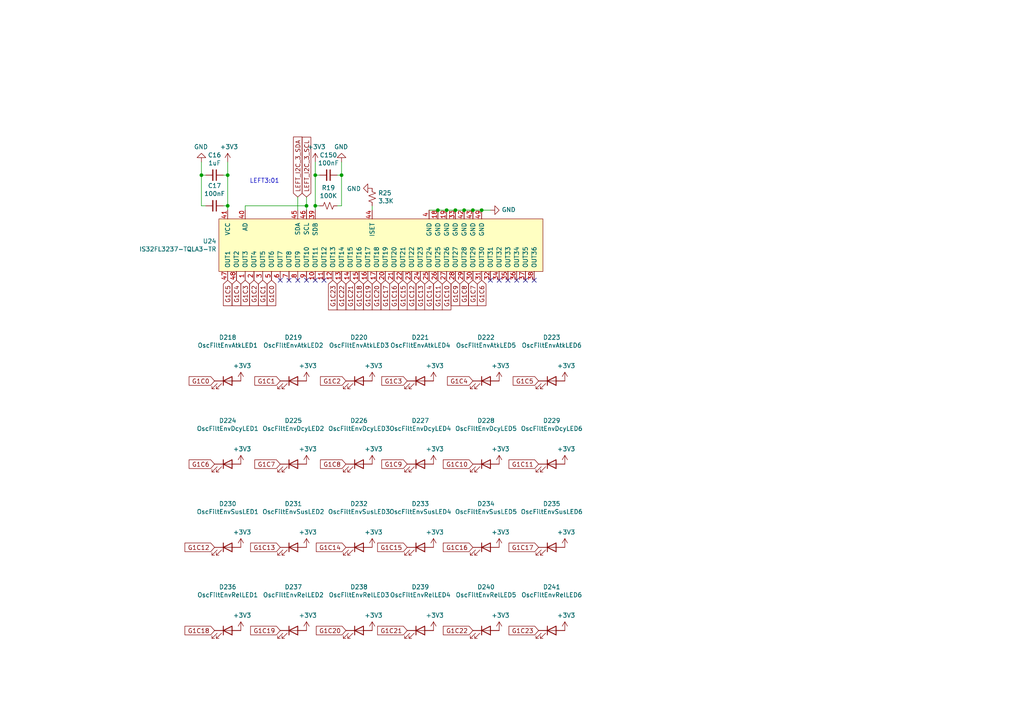
<source format=kicad_sch>
(kicad_sch (version 20210621) (generator eeschema)
  (paper "A4")
  (lib_symbols
    (symbol "Device:C_Small" (pin_numbers hide) (pin_names (offset 0.254) hide)
      (property "Reference" "C" (at 0.254 1.778 0))
      (property "Value" "C_Small" (at 0.254 -2.032 0))
      (symbol "C_Small_0_1"
        (polyline (pts (xy -1.524 -0.508) (xy 1.524 -0.508)) (stroke (width 0.3302)))
        (polyline (pts (xy -1.524 0.508) (xy 1.524 0.508)) (stroke (width 0.3048)))
      )
      (symbol "C_Small_1_1"
        (pin passive line (at 0 2.54 270) (length 2.032) (name "~") (number "1"))
        (pin passive line (at 0 -2.54 90) (length 2.032) (name "~") (number "2"))
      )
    )
    (symbol "Device:LED" (pin_numbers hide) (pin_names (offset 1.016) hide)
      (property "Reference" "D" (at 0 2.54 0))
      (property "Value" "LED" (at 0 -2.54 0))
      (symbol "LED_0_1"
        (polyline (pts (xy -1.27 -1.27) (xy -1.27 1.27)) (stroke (width 0.254)))
        (polyline (pts (xy -1.27 0) (xy 1.27 0)))
        (polyline (pts (xy 1.27 -1.27) (xy 1.27 1.27) (xy -1.27 0) (xy 1.27 -1.27)) (stroke (width 0.254)))
        (polyline (pts (xy -3.048 -0.762) (xy -4.572 -2.286) (xy -3.81 -2.286) (xy -4.572 -2.286) (xy -4.572 -1.524)))
        (polyline (pts (xy -1.778 -0.762) (xy -3.302 -2.286) (xy -2.54 -2.286) (xy -3.302 -2.286) (xy -3.302 -1.524)))
      )
      (symbol "LED_1_1"
        (pin passive line (at -3.81 0 0) (length 2.54) (name "K") (number "1"))
        (pin passive line (at 3.81 0 180) (length 2.54) (name "A") (number "2"))
      )
    )
    (symbol "Device:R_Small_US" (pin_numbers hide) (pin_names (offset 0.254) hide)
      (property "Reference" "R" (at 0.762 0.508 0))
      (property "Value" "R_Small_US" (at 0.762 -1.016 0))
      (symbol "R_Small_US_1_1"
        (polyline (pts (xy 0 0) (xy 1.016 -0.381) (xy 0 -0.762) (xy -1.016 -1.143) (xy 0 -1.524)))
        (polyline (pts (xy 0 1.524) (xy 1.016 1.143) (xy 0 0.762) (xy -1.016 0.381) (xy 0 0)))
        (pin passive line (at 0 2.54 270) (length 1.016) (name "~") (number "1"))
        (pin passive line (at 0 -2.54 90) (length 1.016) (name "~") (number "2"))
      )
    )
    (symbol "IS32FL3237:IS32FL3237-TQLA3-TR" (pin_names (offset 1.016))
      (property "Reference" "U" (at 0 0 0))
      (property "Value" "IS32FL3237-TQLA3-TR" (at 0 0 0))
      (symbol "IS32FL3237-TQLA3-TR_0_1"
        (rectangle (start -7.62 -2.54) (end 7.62 -96.52) (fill (type background)))
      )
      (symbol "IS32FL3237-TQLA3-TR_1_1"
        (pin output line (at 10.16 -10.16 180) (length 2.54) (name "OUT3") (number "1"))
        (pin output line (at 10.16 -30.48 180) (length 2.54) (name "OUT11") (number "10"))
        (pin output line (at 10.16 -33.02 180) (length 2.54) (name "OUT12") (number "11"))
        (pin output line (at 10.16 -35.56 180) (length 2.54) (name "OUT13") (number "12"))
        (pin output line (at 10.16 -38.1 180) (length 2.54) (name "OUT14") (number "13"))
        (pin output line (at 10.16 -40.64 180) (length 2.54) (name "OUT15") (number "14"))
        (pin output line (at 10.16 -43.18 180) (length 2.54) (name "OUT16") (number "15"))
        (pin output line (at 10.16 -45.72 180) (length 2.54) (name "OUT17") (number "16"))
        (pin output line (at 10.16 -48.26 180) (length 2.54) (name "OUT18") (number "17"))
        (pin power_in line (at -10.16 -66.04 0) (length 2.54) (name "GND") (number "18"))
        (pin power_in line (at -10.16 -68.58 0) (length 2.54) (name "GND") (number "19"))
        (pin output line (at 10.16 -12.7 180) (length 2.54) (name "OUT4") (number "2"))
        (pin output line (at 10.16 -50.8 180) (length 2.54) (name "OUT19") (number "20"))
        (pin output line (at 10.16 -53.34 180) (length 2.54) (name "OUT20") (number "21"))
        (pin output line (at 10.16 -55.88 180) (length 2.54) (name "OUT21") (number "22"))
        (pin output line (at 10.16 -58.42 180) (length 2.54) (name "OUT22") (number "23"))
        (pin output line (at 10.16 -60.96 180) (length 2.54) (name "OUT23") (number "24"))
        (pin output line (at 10.16 -63.5 180) (length 2.54) (name "OUT24") (number "25"))
        (pin output line (at 10.16 -66.04 180) (length 2.54) (name "OUT25") (number "26"))
        (pin output line (at 10.16 -68.58 180) (length 2.54) (name "OUT26") (number "27"))
        (pin output line (at 10.16 -71.12 180) (length 2.54) (name "OUT27") (number "28"))
        (pin output line (at 10.16 -73.66 180) (length 2.54) (name "OUT28") (number "29"))
        (pin output line (at 10.16 -15.24 180) (length 2.54) (name "OUT5") (number "3"))
        (pin output line (at 10.16 -76.2 180) (length 2.54) (name "OUT29") (number "30"))
        (pin output line (at 10.16 -78.74 180) (length 2.54) (name "OUT30") (number "31"))
        (pin output line (at 10.16 -81.28 180) (length 2.54) (name "OUT31") (number "32"))
        (pin power_in line (at -10.16 -71.12 0) (length 2.54) (name "GND") (number "33"))
        (pin output line (at 10.16 -83.82 180) (length 2.54) (name "OUT32") (number "34"))
        (pin output line (at 10.16 -86.36 180) (length 2.54) (name "OUT33") (number "35"))
        (pin output line (at 10.16 -88.9 180) (length 2.54) (name "OUT34") (number "36"))
        (pin output line (at 10.16 -91.44 180) (length 2.54) (name "OUT35") (number "37"))
        (pin output line (at 10.16 -93.98 180) (length 2.54) (name "OUT36") (number "38"))
        (pin input line (at -10.16 -30.48 0) (length 2.54) (name "SDB") (number "39"))
        (pin power_in line (at -10.16 -63.5 0) (length 2.54) (name "GND") (number "4"))
        (pin input line (at -10.16 -10.16 0) (length 2.54) (name "AD") (number "40"))
        (pin power_in line (at -10.16 -5.08 0) (length 2.54) (name "VCC") (number "41"))
        (pin power_in line (at -10.16 -73.66 0) (length 2.54) (name "GND") (number "42"))
        (pin power_in line (at -10.16 -76.2 0) (length 2.54) (name "GND") (number "43"))
        (pin input line (at -10.16 -46.99 0) (length 2.54) (name "ISET") (number "44"))
        (pin input line (at -10.16 -25.4 0) (length 2.54) (name "SDA") (number "45"))
        (pin input line (at -10.16 -27.94 0) (length 2.54) (name "SCL") (number "46"))
        (pin output line (at 10.16 -5.08 180) (length 2.54) (name "OUT1") (number "47"))
        (pin output line (at 10.16 -7.62 180) (length 2.54) (name "OUT2") (number "48"))
        (pin power_in line (at -10.16 -78.74 0) (length 2.54) (name "GND") (number "49"))
        (pin output line (at 10.16 -17.78 180) (length 2.54) (name "OUT6") (number "5"))
        (pin output line (at 10.16 -20.32 180) (length 2.54) (name "OUT7") (number "6"))
        (pin output line (at 10.16 -22.86 180) (length 2.54) (name "OUT8") (number "7"))
        (pin output line (at 10.16 -25.4 180) (length 2.54) (name "OUT9") (number "8"))
        (pin output line (at 10.16 -27.94 180) (length 2.54) (name "OUT10") (number "9"))
      )
    )
    (symbol "power:+3.3V" (power) (pin_names (offset 0))
      (property "Value" "+3.3V" (at 0 3.556 0))
      (symbol "+3.3V_0_1"
        (polyline (pts (xy -0.762 1.27) (xy 0 2.54)))
        (polyline (pts (xy 0 0) (xy 0 2.54)))
        (polyline (pts (xy 0 2.54) (xy 0.762 1.27)))
      )
      (symbol "+3.3V_1_1"
        (pin power_in line (at 0 0 90) (length 0) hide (name "+3V3") (number "1"))
      )
    )
    (symbol "power:GND" (power) (pin_names (offset 0))
      (property "Value" "GND" (at 0 -3.81 0))
      (symbol "GND_0_1"
        (polyline (pts (xy 0 0) (xy 0 -1.27) (xy 1.27 -1.27) (xy 0 -2.54) (xy -1.27 -1.27) (xy 0 -1.27)))
      )
      (symbol "GND_1_1"
        (pin power_in line (at 0 0 270) (length 0) hide (name "GND") (number "1"))
      )
    )
  )
  (junction (at 58.42 50.8))
  (junction (at 66.04 50.8))
  (junction (at 66.04 59.69))
  (junction (at 88.9 59.69))
  (junction (at 91.44 50.8))
  (junction (at 91.44 59.69))
  (junction (at 99.06 50.8))
  (junction (at 127 60.96))
  (junction (at 129.54 60.96))
  (junction (at 132.08 60.96))
  (junction (at 134.62 60.96))
  (junction (at 137.16 60.96))
  (junction (at 139.7 60.96))
  (no_connect (at 81.28 81.28))
  (no_connect (at 83.82 81.28))
  (no_connect (at 86.36 81.28))
  (no_connect (at 88.9 81.28))
  (no_connect (at 91.44 81.28))
  (no_connect (at 93.98 81.28))
  (no_connect (at 142.24 81.28))
  (no_connect (at 144.78 81.28))
  (no_connect (at 147.32 81.28))
  (no_connect (at 149.86 81.28))
  (no_connect (at 152.4 81.28))
  (no_connect (at 154.94 81.28))
  (wire (pts (xy 58.42 46.99) (xy 58.42 50.8)))
  (wire (pts (xy 58.42 50.8) (xy 58.42 59.69)))
  (wire (pts (xy 58.42 59.69) (xy 59.69 59.69)))
  (wire (pts (xy 59.69 50.8) (xy 58.42 50.8)))
  (wire (pts (xy 64.77 50.8) (xy 66.04 50.8)))
  (wire (pts (xy 64.77 59.69) (xy 66.04 59.69)))
  (wire (pts (xy 66.04 46.99) (xy 66.04 50.8)))
  (wire (pts (xy 66.04 50.8) (xy 66.04 59.69)))
  (wire (pts (xy 66.04 59.69) (xy 66.04 60.96)))
  (wire (pts (xy 71.12 59.69) (xy 88.9 59.69)))
  (wire (pts (xy 71.12 60.96) (xy 71.12 59.69)))
  (wire (pts (xy 86.36 57.15) (xy 86.36 60.96)))
  (wire (pts (xy 88.9 57.15) (xy 88.9 59.69)))
  (wire (pts (xy 88.9 59.69) (xy 88.9 60.96)))
  (wire (pts (xy 91.44 46.99) (xy 91.44 50.8)))
  (wire (pts (xy 91.44 50.8) (xy 91.44 59.69)))
  (wire (pts (xy 91.44 59.69) (xy 91.44 60.96)))
  (wire (pts (xy 92.71 50.8) (xy 91.44 50.8)))
  (wire (pts (xy 92.71 59.69) (xy 91.44 59.69)))
  (wire (pts (xy 97.79 50.8) (xy 99.06 50.8)))
  (wire (pts (xy 99.06 46.99) (xy 99.06 50.8)))
  (wire (pts (xy 99.06 50.8) (xy 99.06 59.69)))
  (wire (pts (xy 99.06 59.69) (xy 97.79 59.69)))
  (wire (pts (xy 107.95 59.69) (xy 107.95 60.96)))
  (wire (pts (xy 127 60.96) (xy 124.46 60.96)))
  (wire (pts (xy 129.54 60.96) (xy 127 60.96)))
  (wire (pts (xy 132.08 60.96) (xy 129.54 60.96)))
  (wire (pts (xy 134.62 60.96) (xy 132.08 60.96)))
  (wire (pts (xy 137.16 60.96) (xy 134.62 60.96)))
  (wire (pts (xy 139.7 60.96) (xy 137.16 60.96)))
  (wire (pts (xy 142.24 60.96) (xy 139.7 60.96)))
  (text "LEFT3:01" (at 72.39 53.34 0) (effects (font (size 1.27 1.27)) (justify left bottom)))
  (global_label "G1C0" (shape input) (at 62.23 110.49 180) (property "Intersheet References" "${INTERSHEET_REFS}" (effects hide)))
  (global_label "G1C6" (shape input) (at 62.23 134.62 180) (property "Intersheet References" "${INTERSHEET_REFS}" (effects hide)))
  (global_label "G1C12" (shape input) (at 62.23 158.75 180) (property "Intersheet References" "${INTERSHEET_REFS}" (effects hide)))
  (global_label "G1C18" (shape input) (at 62.23 182.88 180) (property "Intersheet References" "${INTERSHEET_REFS}" (effects hide)))
  (global_label "G1C5" (shape input) (at 66.04 81.28 270) (property "Intersheet References" "${INTERSHEET_REFS}" (effects hide)))
  (global_label "G1C4" (shape input) (at 68.58 81.28 270) (property "Intersheet References" "${INTERSHEET_REFS}" (effects hide)))
  (global_label "G1C3" (shape input) (at 71.12 81.28 270) (property "Intersheet References" "${INTERSHEET_REFS}" (effects hide)))
  (global_label "G1C2" (shape input) (at 73.66 81.28 270) (property "Intersheet References" "${INTERSHEET_REFS}" (effects hide)))
  (global_label "G1C1" (shape input) (at 76.2 81.28 270) (property "Intersheet References" "${INTERSHEET_REFS}" (effects hide)))
  (global_label "G1C0" (shape input) (at 78.74 81.28 270) (property "Intersheet References" "${INTERSHEET_REFS}" (effects hide)))
  (global_label "G1C1" (shape input) (at 81.28 110.49 180) (property "Intersheet References" "${INTERSHEET_REFS}" (effects hide)))
  (global_label "G1C7" (shape input) (at 81.28 134.62 180) (property "Intersheet References" "${INTERSHEET_REFS}" (effects hide)))
  (global_label "G1C13" (shape input) (at 81.28 158.75 180) (property "Intersheet References" "${INTERSHEET_REFS}" (effects hide)))
  (global_label "G1C19" (shape input) (at 81.28 182.88 180) (property "Intersheet References" "${INTERSHEET_REFS}" (effects hide)))
  (global_label "LEFT_I2C_3_SDA" (shape input) (at 86.36 57.15 90) (property "Intersheet References" "${INTERSHEET_REFS}" (effects hide)))
  (global_label "LEFT_I2C_3_SCL" (shape input) (at 88.9 57.15 90) (property "Intersheet References" "${INTERSHEET_REFS}" (effects hide)))
  (global_label "G1C23" (shape input) (at 96.52 81.28 270) (property "Intersheet References" "${INTERSHEET_REFS}" (effects hide)))
  (global_label "G1C22" (shape input) (at 99.06 81.28 270) (property "Intersheet References" "${INTERSHEET_REFS}" (effects hide)))
  (global_label "G1C2" (shape input) (at 100.33 110.49 180) (property "Intersheet References" "${INTERSHEET_REFS}" (effects hide)))
  (global_label "G1C8" (shape input) (at 100.33 134.62 180) (property "Intersheet References" "${INTERSHEET_REFS}" (effects hide)))
  (global_label "G1C14" (shape input) (at 100.33 158.75 180) (property "Intersheet References" "${INTERSHEET_REFS}" (effects hide)))
  (global_label "G1C20" (shape input) (at 100.33 182.88 180) (property "Intersheet References" "${INTERSHEET_REFS}" (effects hide)))
  (global_label "G1C21" (shape input) (at 101.6 81.28 270) (property "Intersheet References" "${INTERSHEET_REFS}" (effects hide)))
  (global_label "G1C18" (shape input) (at 104.14 81.28 270) (property "Intersheet References" "${INTERSHEET_REFS}" (effects hide)))
  (global_label "G1C19" (shape input) (at 106.68 81.28 270) (property "Intersheet References" "${INTERSHEET_REFS}" (effects hide)))
  (global_label "G1C20" (shape input) (at 109.22 81.28 270) (property "Intersheet References" "${INTERSHEET_REFS}" (effects hide)))
  (global_label "G1C17" (shape input) (at 111.76 81.28 270) (property "Intersheet References" "${INTERSHEET_REFS}" (effects hide)))
  (global_label "G1C16" (shape input) (at 114.3 81.28 270) (property "Intersheet References" "${INTERSHEET_REFS}" (effects hide)))
  (global_label "G1C15" (shape input) (at 116.84 81.28 270) (property "Intersheet References" "${INTERSHEET_REFS}" (effects hide)))
  (global_label "G1C3" (shape input) (at 118.11 110.49 180) (property "Intersheet References" "${INTERSHEET_REFS}" (effects hide)))
  (global_label "G1C9" (shape input) (at 118.11 134.62 180) (property "Intersheet References" "${INTERSHEET_REFS}" (effects hide)))
  (global_label "G1C15" (shape input) (at 118.11 158.75 180) (property "Intersheet References" "${INTERSHEET_REFS}" (effects hide)))
  (global_label "G1C21" (shape input) (at 118.11 182.88 180) (property "Intersheet References" "${INTERSHEET_REFS}" (effects hide)))
  (global_label "G1C12" (shape input) (at 119.38 81.28 270) (property "Intersheet References" "${INTERSHEET_REFS}" (effects hide)))
  (global_label "G1C13" (shape input) (at 121.92 81.28 270) (property "Intersheet References" "${INTERSHEET_REFS}" (effects hide)))
  (global_label "G1C14" (shape input) (at 124.46 81.28 270) (property "Intersheet References" "${INTERSHEET_REFS}" (effects hide)))
  (global_label "G1C11" (shape input) (at 127 81.28 270) (property "Intersheet References" "${INTERSHEET_REFS}" (effects hide)))
  (global_label "G1C10" (shape input) (at 129.54 81.28 270) (property "Intersheet References" "${INTERSHEET_REFS}" (effects hide)))
  (global_label "G1C9" (shape input) (at 132.08 81.28 270) (property "Intersheet References" "${INTERSHEET_REFS}" (effects hide)))
  (global_label "G1C8" (shape input) (at 134.62 81.28 270) (property "Intersheet References" "${INTERSHEET_REFS}" (effects hide)))
  (global_label "G1C7" (shape input) (at 137.16 81.28 270) (property "Intersheet References" "${INTERSHEET_REFS}" (effects hide)))
  (global_label "G1C4" (shape input) (at 137.16 110.49 180) (property "Intersheet References" "${INTERSHEET_REFS}" (effects hide)))
  (global_label "G1C10" (shape input) (at 137.16 134.62 180) (property "Intersheet References" "${INTERSHEET_REFS}" (effects hide)))
  (global_label "G1C16" (shape input) (at 137.16 158.75 180) (property "Intersheet References" "${INTERSHEET_REFS}" (effects hide)))
  (global_label "G1C22" (shape input) (at 137.16 182.88 180) (property "Intersheet References" "${INTERSHEET_REFS}" (effects hide)))
  (global_label "G1C6" (shape input) (at 139.7 81.28 270) (property "Intersheet References" "${INTERSHEET_REFS}" (effects hide)))
  (global_label "G1C5" (shape input) (at 156.21 110.49 180) (property "Intersheet References" "${INTERSHEET_REFS}" (effects hide)))
  (global_label "G1C11" (shape input) (at 156.21 134.62 180) (property "Intersheet References" "${INTERSHEET_REFS}" (effects hide)))
  (global_label "G1C17" (shape input) (at 156.21 158.75 180) (property "Intersheet References" "${INTERSHEET_REFS}" (effects hide)))
  (global_label "G1C23" (shape input) (at 156.21 182.88 180) (property "Intersheet References" "${INTERSHEET_REFS}" (effects hide)))
  (symbol (lib_id "power:+3.3V") (at 66.04 46.99 0) (unit 1)
    (property "Reference" "#PWR048" (effects hide))
    (property "Value" "+3.3V" (at 66.421 42.5958 0))
  )
  (symbol (lib_id "power:+3.3V") (at 69.85 110.49 0) (unit 1)
    (property "Reference" "#PWR0805" (effects hide))
    (property "Value" "+3.3V" (at 70.231 106.0958 0))
  )
  (symbol (lib_id "power:+3.3V") (at 69.85 134.62 0) (unit 1)
    (property "Reference" "#PWR0811" (effects hide))
    (property "Value" "+3.3V" (at 70.231 130.2258 0))
  )
  (symbol (lib_id "power:+3.3V") (at 69.85 158.75 0) (unit 1)
    (property "Reference" "#PWR0817" (effects hide))
    (property "Value" "+3.3V" (at 70.231 154.3558 0))
  )
  (symbol (lib_id "power:+3.3V") (at 69.85 182.88 0) (unit 1)
    (property "Reference" "#PWR0823" (effects hide))
    (property "Value" "+3.3V" (at 70.231 178.4858 0))
  )
  (symbol (lib_id "power:+3.3V") (at 88.9 110.49 0) (unit 1)
    (property "Reference" "#PWR0806" (effects hide))
    (property "Value" "+3.3V" (at 89.281 106.0958 0))
  )
  (symbol (lib_id "power:+3.3V") (at 88.9 134.62 0) (unit 1)
    (property "Reference" "#PWR0812" (effects hide))
    (property "Value" "+3.3V" (at 89.281 130.2258 0))
  )
  (symbol (lib_id "power:+3.3V") (at 88.9 158.75 0) (unit 1)
    (property "Reference" "#PWR0818" (effects hide))
    (property "Value" "+3.3V" (at 89.281 154.3558 0))
  )
  (symbol (lib_id "power:+3.3V") (at 88.9 182.88 0) (unit 1)
    (property "Reference" "#PWR0824" (effects hide))
    (property "Value" "+3.3V" (at 89.281 178.4858 0))
  )
  (symbol (lib_id "power:+3.3V") (at 91.44 46.99 0) (unit 1)
    (property "Reference" "#PWR077" (effects hide))
    (property "Value" "+3.3V" (at 91.821 42.5958 0))
  )
  (symbol (lib_id "power:+3.3V") (at 107.95 110.49 0) (unit 1)
    (property "Reference" "#PWR0807" (effects hide))
    (property "Value" "+3.3V" (at 108.331 106.0958 0))
  )
  (symbol (lib_id "power:+3.3V") (at 107.95 134.62 0) (unit 1)
    (property "Reference" "#PWR0813" (effects hide))
    (property "Value" "+3.3V" (at 108.331 130.2258 0))
  )
  (symbol (lib_id "power:+3.3V") (at 107.95 158.75 0) (unit 1)
    (property "Reference" "#PWR0819" (effects hide))
    (property "Value" "+3.3V" (at 108.331 154.3558 0))
  )
  (symbol (lib_id "power:+3.3V") (at 107.95 182.88 0) (unit 1)
    (property "Reference" "#PWR0825" (effects hide))
    (property "Value" "+3.3V" (at 108.331 178.4858 0))
  )
  (symbol (lib_id "power:+3.3V") (at 125.73 110.49 0) (unit 1)
    (property "Reference" "#PWR0808" (effects hide))
    (property "Value" "+3.3V" (at 126.111 106.0958 0))
  )
  (symbol (lib_id "power:+3.3V") (at 125.73 134.62 0) (unit 1)
    (property "Reference" "#PWR0814" (effects hide))
    (property "Value" "+3.3V" (at 126.111 130.2258 0))
  )
  (symbol (lib_id "power:+3.3V") (at 125.73 158.75 0) (unit 1)
    (property "Reference" "#PWR0820" (effects hide))
    (property "Value" "+3.3V" (at 126.111 154.3558 0))
  )
  (symbol (lib_id "power:+3.3V") (at 125.73 182.88 0) (unit 1)
    (property "Reference" "#PWR0826" (effects hide))
    (property "Value" "+3.3V" (at 126.111 178.4858 0))
  )
  (symbol (lib_id "power:+3.3V") (at 144.78 110.49 0) (unit 1)
    (property "Reference" "#PWR0809" (effects hide))
    (property "Value" "+3.3V" (at 145.161 106.0958 0))
  )
  (symbol (lib_id "power:+3.3V") (at 144.78 134.62 0) (unit 1)
    (property "Reference" "#PWR0815" (effects hide))
    (property "Value" "+3.3V" (at 145.161 130.2258 0))
  )
  (symbol (lib_id "power:+3.3V") (at 144.78 158.75 0) (unit 1)
    (property "Reference" "#PWR0821" (effects hide))
    (property "Value" "+3.3V" (at 145.161 154.3558 0))
  )
  (symbol (lib_id "power:+3.3V") (at 144.78 182.88 0) (unit 1)
    (property "Reference" "#PWR0827" (effects hide))
    (property "Value" "+3.3V" (at 145.161 178.4858 0))
  )
  (symbol (lib_id "power:+3.3V") (at 163.83 110.49 0) (unit 1)
    (property "Reference" "#PWR0810" (effects hide))
    (property "Value" "+3.3V" (at 164.211 106.0958 0))
  )
  (symbol (lib_id "power:+3.3V") (at 163.83 134.62 0) (unit 1)
    (property "Reference" "#PWR0816" (effects hide))
    (property "Value" "+3.3V" (at 164.211 130.2258 0))
  )
  (symbol (lib_id "power:+3.3V") (at 163.83 158.75 0) (unit 1)
    (property "Reference" "#PWR0822" (effects hide))
    (property "Value" "+3.3V" (at 164.211 154.3558 0))
  )
  (symbol (lib_id "power:+3.3V") (at 163.83 182.88 0) (unit 1)
    (property "Reference" "#PWR0828" (effects hide))
    (property "Value" "+3.3V" (at 164.211 178.4858 0))
  )
  (symbol (lib_id "power:GND") (at 58.42 46.99 180) (unit 1)
    (property "Reference" "#PWR046" (effects hide))
    (property "Value" "GND" (at 58.293 42.5958 0))
  )
  (symbol (lib_id "power:GND") (at 99.06 46.99 180) (unit 1)
    (property "Reference" "#PWR084" (effects hide))
    (property "Value" "GND" (at 98.933 42.5958 0))
  )
  (symbol (lib_id "power:GND") (at 107.95 54.61 270) (unit 1)
    (property "Reference" "#PWR099" (effects hide))
    (property "Value" "GND" (at 104.6988 54.737 90) (effects (justify right)))
  )
  (symbol (lib_id "power:GND") (at 142.24 60.96 90) (unit 1)
    (property "Reference" "#PWR0392" (effects hide))
    (property "Value" "GND" (at 145.4912 60.833 90) (effects (justify right)))
  )
  (symbol (lib_id "Device:R_Small_US") (at 95.25 59.69 270) (unit 1)
    (property "Reference" "R19" (at 95.25 54.483 90))
    (property "Value" "100K" (at 95.25 56.7944 90))
    (property "Footprint" "Resistor_SMD:R_0402_1005Metric" (effects hide))
    (property "LCSC" " C25741" (effects hide))
  )
  (symbol (lib_id "Device:R_Small_US") (at 107.95 57.15 0) (unit 1)
    (property "Reference" "R25" (at 109.6772 55.9816 0) (effects (justify left)))
    (property "Value" "3.3K" (at 109.6772 58.293 0) (effects (justify left)))
    (property "Footprint" "Resistor_SMD:R_0402_1005Metric" (effects hide))
    (property "LCSC" "C25890" (effects hide))
  )
  (symbol (lib_id "Device:C_Small") (at 62.23 50.8 270) (unit 1)
    (property "Reference" "C16" (at 62.23 44.9834 90))
    (property "Value" "1uF" (at 62.23 47.2948 90))
    (property "Footprint" "Capacitor_SMD:C_0402_1005Metric" (effects hide))
    (property "LCSC" "C52923" (effects hide))
  )
  (symbol (lib_id "Device:C_Small") (at 62.23 59.69 270) (unit 1)
    (property "Reference" "C17" (at 62.23 53.8734 90))
    (property "Value" "100nF" (at 62.23 56.1848 90))
    (property "Footprint" "Capacitor_SMD:C_0402_1005Metric" (effects hide))
    (property "LCSC" "C1525" (effects hide))
  )
  (symbol (lib_id "Device:C_Small") (at 95.25 50.8 270) (unit 1)
    (property "Reference" "C150" (at 95.25 44.9834 90))
    (property "Value" "100nF" (at 95.25 47.2948 90))
    (property "Footprint" "Capacitor_SMD:C_0402_1005Metric" (effects hide))
    (property "LCSC" "C1525" (effects hide))
  )
  (symbol (lib_id "Device:LED") (at 66.04 110.49 0) (unit 1)
    (property "Reference" "D218" (at 66.04 97.8662 0))
    (property "Value" "OscFiltEnvAtkLED1" (at 66.04 100.1776 0))
    (property "Footprint" "LED_SMD:LED_0603_1608Metric" (effects hide))
    (property "LCSC" "C2286" (effects hide))
  )
  (symbol (lib_id "Device:LED") (at 66.04 134.62 0) (unit 1)
    (property "Reference" "D224" (at 66.04 121.9962 0))
    (property "Value" "OscFiltEnvDcyLED1" (at 66.04 124.3076 0))
    (property "Footprint" "LED_SMD:LED_0603_1608Metric" (effects hide))
    (property "LCSC" "C2286" (effects hide))
  )
  (symbol (lib_id "Device:LED") (at 66.04 158.75 0) (unit 1)
    (property "Reference" "D230" (at 66.04 146.1262 0))
    (property "Value" "OscFiltEnvSusLED1" (at 66.04 148.4376 0))
    (property "Footprint" "LED_SMD:LED_0603_1608Metric" (effects hide))
    (property "LCSC" "C2286" (effects hide))
  )
  (symbol (lib_id "Device:LED") (at 66.04 182.88 0) (unit 1)
    (property "Reference" "D236" (at 66.04 170.2562 0))
    (property "Value" "OscFiltEnvRelLED1" (at 66.04 172.5676 0))
    (property "Footprint" "LED_SMD:LED_0603_1608Metric" (effects hide))
    (property "LCSC" "C2286" (effects hide))
  )
  (symbol (lib_id "Device:LED") (at 85.09 110.49 0) (unit 1)
    (property "Reference" "D219" (at 85.09 97.8662 0))
    (property "Value" "OscFiltEnvAtkLED2" (at 85.09 100.1776 0))
    (property "Footprint" "LED_SMD:LED_0603_1608Metric" (effects hide))
    (property "LCSC" "C2286" (effects hide))
  )
  (symbol (lib_id "Device:LED") (at 85.09 134.62 0) (unit 1)
    (property "Reference" "D225" (at 85.09 121.9962 0))
    (property "Value" "OscFiltEnvDcyLED2" (at 85.09 124.3076 0))
    (property "Footprint" "LED_SMD:LED_0603_1608Metric" (effects hide))
    (property "LCSC" "C2286" (effects hide))
  )
  (symbol (lib_id "Device:LED") (at 85.09 158.75 0) (unit 1)
    (property "Reference" "D231" (at 85.09 146.1262 0))
    (property "Value" "OscFiltEnvSusLED2" (at 85.09 148.4376 0))
    (property "Footprint" "LED_SMD:LED_0603_1608Metric" (effects hide))
    (property "LCSC" "C2286" (effects hide))
  )
  (symbol (lib_id "Device:LED") (at 85.09 182.88 0) (unit 1)
    (property "Reference" "D237" (at 85.09 170.2562 0))
    (property "Value" "OscFiltEnvRelLED2" (at 85.09 172.5676 0))
    (property "Footprint" "LED_SMD:LED_0603_1608Metric" (effects hide))
    (property "LCSC" "C2286" (effects hide))
  )
  (symbol (lib_id "Device:LED") (at 104.14 110.49 0) (unit 1)
    (property "Reference" "D220" (at 104.14 97.8662 0))
    (property "Value" "OscFiltEnvAtkLED3" (at 104.14 100.1776 0))
    (property "Footprint" "LED_SMD:LED_0603_1608Metric" (effects hide))
    (property "LCSC" "C2286" (effects hide))
  )
  (symbol (lib_id "Device:LED") (at 104.14 134.62 0) (unit 1)
    (property "Reference" "D226" (at 104.14 121.9962 0))
    (property "Value" "OscFiltEnvDcyLED3" (at 104.14 124.3076 0))
    (property "Footprint" "LED_SMD:LED_0603_1608Metric" (effects hide))
    (property "LCSC" "C2286" (effects hide))
  )
  (symbol (lib_id "Device:LED") (at 104.14 158.75 0) (unit 1)
    (property "Reference" "D232" (at 104.14 146.1262 0))
    (property "Value" "OscFiltEnvSusLED3" (at 104.14 148.4376 0))
    (property "Footprint" "LED_SMD:LED_0603_1608Metric" (effects hide))
    (property "LCSC" "C2286" (effects hide))
  )
  (symbol (lib_id "Device:LED") (at 104.14 182.88 0) (unit 1)
    (property "Reference" "D238" (at 104.14 170.2562 0))
    (property "Value" "OscFiltEnvRelLED3" (at 104.14 172.5676 0))
    (property "Footprint" "LED_SMD:LED_0603_1608Metric" (effects hide))
    (property "LCSC" "C2286" (effects hide))
  )
  (symbol (lib_id "Device:LED") (at 121.92 110.49 0) (unit 1)
    (property "Reference" "D221" (at 121.92 97.8662 0))
    (property "Value" "OscFiltEnvAtkLED4" (at 121.92 100.1776 0))
    (property "Footprint" "LED_SMD:LED_0603_1608Metric" (effects hide))
    (property "LCSC" "C2286" (effects hide))
  )
  (symbol (lib_id "Device:LED") (at 121.92 134.62 0) (unit 1)
    (property "Reference" "D227" (at 121.92 121.9962 0))
    (property "Value" "OscFiltEnvDcyLED4" (at 121.92 124.3076 0))
    (property "Footprint" "LED_SMD:LED_0603_1608Metric" (effects hide))
    (property "LCSC" "C2286" (effects hide))
  )
  (symbol (lib_id "Device:LED") (at 121.92 158.75 0) (unit 1)
    (property "Reference" "D233" (at 121.92 146.1262 0))
    (property "Value" "OscFiltEnvSusLED4" (at 121.92 148.4376 0))
    (property "Footprint" "LED_SMD:LED_0603_1608Metric" (effects hide))
    (property "LCSC" "C2286" (effects hide))
  )
  (symbol (lib_id "Device:LED") (at 121.92 182.88 0) (unit 1)
    (property "Reference" "D239" (at 121.92 170.2562 0))
    (property "Value" "OscFiltEnvRelLED4" (at 121.92 172.5676 0))
    (property "Footprint" "LED_SMD:LED_0603_1608Metric" (effects hide))
    (property "LCSC" "C2286" (effects hide))
  )
  (symbol (lib_id "Device:LED") (at 140.97 110.49 0) (unit 1)
    (property "Reference" "D222" (at 140.97 97.8662 0))
    (property "Value" "OscFiltEnvAtkLED5" (at 140.97 100.1776 0))
    (property "Footprint" "LED_SMD:LED_0603_1608Metric" (effects hide))
    (property "LCSC" "C2286" (effects hide))
  )
  (symbol (lib_id "Device:LED") (at 140.97 134.62 0) (unit 1)
    (property "Reference" "D228" (at 140.97 121.9962 0))
    (property "Value" "OscFiltEnvDcyLED5" (at 140.97 124.3076 0))
    (property "Footprint" "LED_SMD:LED_0603_1608Metric" (effects hide))
    (property "LCSC" "C2286" (effects hide))
  )
  (symbol (lib_id "Device:LED") (at 140.97 158.75 0) (unit 1)
    (property "Reference" "D234" (at 140.97 146.1262 0))
    (property "Value" "OscFiltEnvSusLED5" (at 140.97 148.4376 0))
    (property "Footprint" "LED_SMD:LED_0603_1608Metric" (effects hide))
    (property "LCSC" "C2286" (effects hide))
  )
  (symbol (lib_id "Device:LED") (at 140.97 182.88 0) (unit 1)
    (property "Reference" "D240" (at 140.97 170.2562 0))
    (property "Value" "OscFiltEnvRelLED5" (at 140.97 172.5676 0))
    (property "Footprint" "LED_SMD:LED_0603_1608Metric" (effects hide))
    (property "LCSC" "C2286" (effects hide))
  )
  (symbol (lib_id "Device:LED") (at 160.02 110.49 0) (unit 1)
    (property "Reference" "D223" (at 160.02 97.8662 0))
    (property "Value" "OscFiltEnvAtkLED6" (at 160.02 100.1776 0))
    (property "Footprint" "LED_SMD:LED_0603_1608Metric" (effects hide))
    (property "LCSC" "C2286" (effects hide))
  )
  (symbol (lib_id "Device:LED") (at 160.02 134.62 0) (unit 1)
    (property "Reference" "D229" (at 160.02 121.9962 0))
    (property "Value" "OscFiltEnvDcyLED6" (at 160.02 124.3076 0))
    (property "Footprint" "LED_SMD:LED_0603_1608Metric" (effects hide))
    (property "LCSC" "C2286" (effects hide))
  )
  (symbol (lib_id "Device:LED") (at 160.02 158.75 0) (unit 1)
    (property "Reference" "D235" (at 160.02 146.1262 0))
    (property "Value" "OscFiltEnvSusLED6" (at 160.02 148.4376 0))
    (property "Footprint" "LED_SMD:LED_0603_1608Metric" (effects hide))
    (property "LCSC" "C2286" (effects hide))
  )
  (symbol (lib_id "Device:LED") (at 160.02 182.88 0) (unit 1)
    (property "Reference" "D241" (at 160.02 170.2562 0))
    (property "Value" "OscFiltEnvRelLED6" (at 160.02 172.5676 0))
    (property "Footprint" "LED_SMD:LED_0603_1608Metric" (effects hide))
    (property "LCSC" "C2286" (effects hide))
  )
  (symbol (lib_id "IS32FL3237:IS32FL3237-TQLA3-TR") (at 60.96 71.12 90) (mirror x) (unit 1)
    (property "Reference" "U24" (at 62.7888 69.9516 90) (effects (justify left)))
    (property "Value" "IS32FL3237-TQLA3-TR" (at 62.7888 72.263 90) (effects (justify left)))
    (property "Footprint" "Package_QFP:TQFP-48-1EP_7x7mm_P0.5mm_EP5x5mm" (effects hide))
  )
)
</source>
